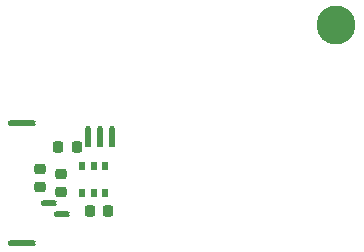
<source format=gbr>
%TF.GenerationSoftware,KiCad,Pcbnew,(6.0.8)*%
%TF.CreationDate,2022-11-07T16:33:32-05:00*%
%TF.ProjectId,3-input-or-gate,332d696e-7075-4742-9d6f-722d67617465,rev?*%
%TF.SameCoordinates,Original*%
%TF.FileFunction,Soldermask,Top*%
%TF.FilePolarity,Negative*%
%FSLAX46Y46*%
G04 Gerber Fmt 4.6, Leading zero omitted, Abs format (unit mm)*
G04 Created by KiCad (PCBNEW (6.0.8)) date 2022-11-07 16:33:32*
%MOMM*%
%LPD*%
G01*
G04 APERTURE LIST*
G04 Aperture macros list*
%AMRoundRect*
0 Rectangle with rounded corners*
0 $1 Rounding radius*
0 $2 $3 $4 $5 $6 $7 $8 $9 X,Y pos of 4 corners*
0 Add a 4 corners polygon primitive as box body*
4,1,4,$2,$3,$4,$5,$6,$7,$8,$9,$2,$3,0*
0 Add four circle primitives for the rounded corners*
1,1,$1+$1,$2,$3*
1,1,$1+$1,$4,$5*
1,1,$1+$1,$6,$7*
1,1,$1+$1,$8,$9*
0 Add four rect primitives between the rounded corners*
20,1,$1+$1,$2,$3,$4,$5,0*
20,1,$1+$1,$4,$5,$6,$7,0*
20,1,$1+$1,$6,$7,$8,$9,0*
20,1,$1+$1,$8,$9,$2,$3,0*%
G04 Aperture macros list end*
%ADD10RoundRect,0.225000X0.250000X-0.225000X0.250000X0.225000X-0.250000X0.225000X-0.250000X-0.225000X0*%
%ADD11R,0.510000X0.700000*%
%ADD12RoundRect,0.127000X0.508000X0.127000X-0.508000X0.127000X-0.508000X-0.127000X0.508000X-0.127000X0*%
%ADD13RoundRect,0.225000X-0.225000X-0.250000X0.225000X-0.250000X0.225000X0.250000X-0.225000X0.250000X0*%
%ADD14RoundRect,0.225000X-0.250000X0.225000X-0.250000X-0.225000X0.250000X-0.225000X0.250000X0.225000X0*%
%ADD15RoundRect,0.127000X1.016000X0.127000X-1.016000X0.127000X-1.016000X-0.127000X1.016000X-0.127000X0*%
%ADD16RoundRect,0.127000X-1.016000X-0.127000X1.016000X-0.127000X1.016000X0.127000X-1.016000X0.127000X0*%
%ADD17RoundRect,0.127000X0.127000X-0.762000X0.127000X0.762000X-0.127000X0.762000X-0.127000X-0.762000X0*%
%ADD18RoundRect,0.127000X-0.127000X0.762000X-0.127000X-0.762000X0.127000X-0.762000X0.127000X0.762000X0*%
%ADD19C,3.302000*%
G04 APERTURE END LIST*
D10*
%TO.C,R1*%
X145000000Y-95765000D03*
X145000000Y-97315000D03*
%TD*%
D11*
%TO.C,U5*%
X150500000Y-95485000D03*
X149550000Y-95485000D03*
X148600000Y-95485000D03*
X148600000Y-97805000D03*
X149550000Y-97820000D03*
X150500000Y-97805000D03*
%TD*%
D12*
%TO.C,*%
X146890000Y-99575000D03*
%TD*%
D13*
%TO.C,C2*%
X150750000Y-99315000D03*
X149200000Y-99315000D03*
%TD*%
D14*
%TO.C,R2*%
X146780000Y-96190000D03*
X146780000Y-97740000D03*
%TD*%
D15*
%TO.C,*%
X143500000Y-91865000D03*
%TD*%
D16*
%TO.C,*%
X143500000Y-102015000D03*
%TD*%
D17*
%TO.C,*%
X149100000Y-93015000D03*
%TD*%
D18*
%TO.C,*%
X151100000Y-93015000D03*
%TD*%
D12*
%TO.C,*%
X145790000Y-98615000D03*
%TD*%
D18*
%TO.C,*%
X150100000Y-93015000D03*
%TD*%
D13*
%TO.C,C1*%
X146550000Y-93875000D03*
X148100000Y-93875000D03*
%TD*%
D19*
%TO.C,*%
X170080000Y-83590000D03*
%TD*%
M02*

</source>
